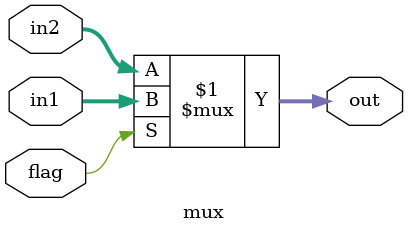
<source format=v>
module mux #(parameter WIDTH = 32)(in1, in2, flag, out);

    input[WIDTH - 1:0] in1, in2;
    input flag;
    
    output[WIDTH - 1:0] out;

    assign out = flag ? in1 : in2;

endmodule
</source>
